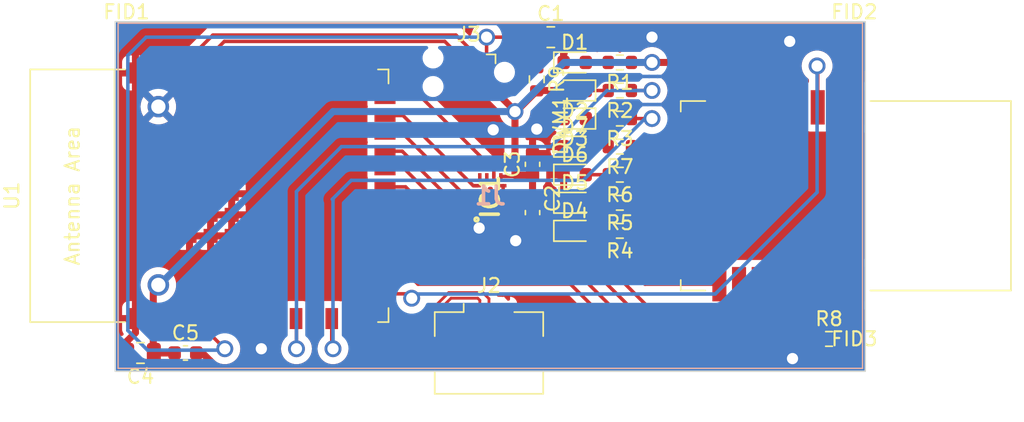
<source format=kicad_pcb>
(kicad_pcb (version 20221018) (generator pcbnew)
  (layers (0 "F.Cu" signal) (31 "B.Cu" signal) (34 "B.Paste" user) (35 "F.Paste" user) (36 "B.SilkS" user "B.Silkscreen") (37 "F.SilkS" user "F.Silkscreen") (38 "B.Mask" user) (39 "F.Mask" user) (44 "Edge.Cuts" user))
  (net 0 "")
  (net 1 "/DWM1000_TXLED")
  (net 9 "/IMU_SCLK")
  (net 26 "/DWM1000_RXLED")
  (net 27 "/DWM1000_SFDLED")
  (net 28 "/DWM1000_RXOKLED")
  (net 29 "/DWM1000_CS")
  (net 30 "/DWM1000_MOSI")
  (net 31 "/DWM1000_MISO")
  (net 32 "/DWM1000_SCLK")
  (net 35 "/DWM1000_RSTn")
  (net 36 "VDD")
  (net 37 "GND")
  (net 38 "/DWM1000_IRQ")
  (net 39 "/IMU_MISO")
  (net 40 "/IMU_INT1")
  (net 41 "/IMU_INT2")
  (net 42 "/IMU_CS")
  (net 43 "/IMU_MOSI")
  (net 44 "/ESP_EN")
  (net 45 "/ESP_TX")
  (net 46 "/ESP_RX")
  (net 47 "/IO0")
  (net 48 "VBUS")
  (net 49 "/D-")
  (net 50 "/D+")
  (net 51 "/ID")
  (net 52 "Net-(D1-A)")
  (net 53 "Net-(D4-A)")
  (net 54 "Net-(D5-A)")
  (net 55 "Net-(D6-A)")
  (net 56 "Net-(D7-A)")
  (net 57 "/LED1")
  (net 58 "/LED2")
  (net 59 "Net-(D2-K)")
  (net 60 "Net-(D3-K)")
  (footprint "forget-me-not:Tag-Connect_TC2030-IDC-NL_2x03_P1.27mm_Vertical" (layer "F.Cu") (at 204.46 105.2 180)
    (fp_text reference "J3" (at 0 2.7) (layer "F.SilkS"))
    (fp_text value "TC2030-IDC-NL_ESP")
    (fp_line (start -1.905 1.27) (end -1.905 0.635) (stroke (width 0.12)) (layer "F.SilkS"))
    (fp_line (start -1.27 1.27) (end -1.905 1.27) (stroke (width 0.12)) (layer "F.SilkS"))
    (pad "" np_thru_hole circle (at -2.54 0 180) (size 0.9906 0.9906) (drill 0.9906) (layers "*.Cu" "*.Mask"))
    (pad "" np_thru_hole circle (at 2.54 -1.016 180) (size 0.9906 0.9906) (drill 0.9906) (layers "*.Cu" "*.Mask"))
    (pad "" np_thru_hole circle (at 2.54 1.016 180) (size 0.9906 0.9906) (drill 0.9906) (layers "*.Cu" "*.Mask"))
    (pad "1" connect circle (at -1.27 0.635 180) (size 0.7874 0.7874) (layers "F.Cu" "F.Mask") (net 44 "/ESP_EN"))
    (pad "2" connect circle (at -1.27 -0.635 180) (size 0.7874 0.7874) (layers "F.Cu" "F.Mask") (net 36 "VDD"))
    (pad "3" connect circle (at 0 0.635 180) (size 0.7874 0.7874) (layers "F.Cu" "F.Mask") (net 45 "/ESP_TX"))
    (pad "4" connect circle (at 0 -0.635 180) (size 0.7874 0.7874) (layers "F.Cu" "F.Mask") (net 37 "GND"))
    (pad "5" connect circle (at 1.27 0.635 180) (size 0.7874 0.7874) (layers "F.Cu" "F.Mask") (net 46 "/ESP_RX"))
    (pad "6" connect circle (at 1.27 -0.635 180) (size 0.7874 0.7874) (layers "F.Cu" "F.Mask") (net 47 "/IO0"))
  )
  (footprint "Espressif:ESP32-S3-WROOM-2" (layer "F.Cu") (at 189 114 90)
    (fp_text reference "U1" (at 0 -17.05 90) (layer "F.SilkS"))
    (fp_text value "ESP32-S3-WROOM-2")
    (fp_text user "Antenna Area" (at 0 -12.75 90) (layer "F.SilkS"))
    (fp_line (start -9 -15.75) (end -9 -9) (stroke (width 0.12)) (layer "F.SilkS"))
    (fp_line (start -9 -15.75) (end 9 -15.75) (stroke (width 0.12)) (layer "F.SilkS"))
    (fp_line (start -9 9) (end -9 9.75) (stroke (width 0.12)) (layer "F.SilkS"))
    (fp_line (start -9 9.75) (end -8 9.75) (stroke (width 0.12)) (layer "F.SilkS"))
    (fp_line (start 9 -15.75) (end 9 -9) (stroke (width 0.12)) (layer "F.SilkS"))
    (fp_line (start 9 -9.75) (end -9 -9.75) (stroke (width 0.12)) (layer "F.SilkS"))
    (fp_line (start 9 9) (end 9 9.75) (stroke (width 0.12)) (layer "F.SilkS"))
    (fp_line (start 9 9.75) (end 8 9.75) (stroke (width 0.12)) (layer "F.SilkS"))
    (pad "1" smd rect (at -8.75 -8.26 90) (size 1.5 0.9) (layers "F.Cu" "F.Paste" "F.Mask") (net 37 "GND"))
    (pad "2" smd rect (at -8.75 -6.99 90) (size 1.5 0.9) (layers "F.Cu" "F.Paste" "F.Mask") (net 36 "VDD"))
    (pad "3" smd rect (at -8.75 -5.72 90) (size 1.5 0.9) (layers "F.Cu" "F.Paste" "F.Mask") (net 44 "/ESP_EN"))
    (pad "4" smd rect (at -8.75 -4.45 90) (size 1.5 0.9) (layers "F.Cu" "F.Paste" "F.Mask"))
    (pad "5" smd rect (at -8.75 -3.18 90) (size 1.5 0.9) (layers "F.Cu" "F.Paste" "F.Mask"))
    (pad "6" smd rect (at -8.75 -1.91 90) (size 1.5 0.9) (layers "F.Cu" "F.Paste" "F.Mask"))
    (pad "7" smd rect (at -8.75 -0.64 90) (size 1.5 0.9) (layers "F.Cu" "F.Paste" "F.Mask"))
    (pad "8" smd rect (at -8.75 0.63 90) (size 1.5 0.9) (layers "F.Cu" "F.Paste" "F.Mask"))
    (pad "9" smd rect (at -8.75 1.9 90) (size 1.5 0.9) (layers "F.Cu" "F.Paste" "F.Mask"))
    (pad "10" smd rect (at -8.75 3.17 90) (size 1.5 0.9) (layers "F.Cu" "F.Paste" "F.Mask") (net 57 "/LED1"))
    (pad "11" smd rect (at -8.75 4.44 90) (size 1.5 0.9) (layers "F.Cu" "F.Paste" "F.Mask"))
    (pad "12" smd rect (at -8.75 5.71 90) (size 1.5 0.9) (layers "F.Cu" "F.Paste" "F.Mask") (net 58 "/LED2"))
    (pad "13" smd rect (at -8.75 6.98 90) (size 1.5 0.9) (layers "F.Cu" "F.Paste" "F.Mask") (net 49 "/D-"))
    (pad "14" smd rect (at -8.75 8.25 90) (size 1.5 0.9) (layers "F.Cu" "F.Paste" "F.Mask") (net 50 "/D+"))
    (pad "15" smd rect (at -6.985 9.5 180) (size 1.5 0.9) (layers "F.Cu" "F.Paste" "F.Mask") (net 35 "/DWM1000_RSTn"))
    (pad "16" smd rect (at -5.715 9.5 180) (size 1.5 0.9) (layers "F.Cu" "F.Paste" "F.Mask") (net 38 "/DWM1000_IRQ"))
    (pad "17" smd rect (at -4.445 9.5 180) (size 1.5 0.9) (layers "F.Cu" "F.Paste" "F.Mask") (net 32 "/DWM1000_SCLK"))
    (pad "18" smd rect (at -3.175 9.5 180) (size 1.5 0.9) (layers "F.Cu" "F.Paste" "F.Mask") (net 31 "/DWM1000_MISO"))
    (pad "19" smd rect (at -1.905 9.5 180) (size 1.5 0.9) (layers "F.Cu" "F.Paste" "F.Mask") (net 30 "/DWM1000_MOSI"))
    (pad "20" smd rect (at -0.635 9.5 180) (size 1.5 0.9) (layers "F.Cu" "F.Paste" "F.Mask") (net 29 "/DWM1000_CS"))
    (pad "21" smd rect (at 0.635 9.5 180) (size 1.5 0.9) (layers "F.Cu" "F.Paste" "F.Mask") (net 40 "/IMU_INT1"))
    (pad "22" smd rect (at 1.905 9.5 180) (size 1.5 0.9) (layers "F.Cu" "F.Paste" "F.Mask") (net 39 "/IMU_MISO"))
    (pad "23" smd rect (at 3.175 9.5 180) (size 1.5 0.9) (layers "F.Cu" "F.Paste" "F.Mask") (net 43 "/IMU_MOSI"))
    (pad "24" smd rect (at 4.445 9.5 180) (size 1.5 0.9) (layers "F.Cu" "F.Paste" "F.Mask") (net 9 "/IMU_SCLK"))
    (pad "25" smd rect (at 5.715 9.5 180) (size 1.5 0.9) (layers "F.Cu" "F.Paste" "F.Mask") (net 42 "/IMU_CS"))
    (pad "26" smd rect (at 6.985 9.5 180) (size 1.5 0.9) (layers "F.Cu" "F.Paste" "F.Mask") (net 41 "/IMU_INT2"))
    (pad "27" smd rect (at 8.75 8.25 270) (size 1.5 0.9) (layers "F.Cu" "F.Paste" "F.Mask") (net 47 "/IO0"))
    (pad "28" smd rect (at 8.75 6.98 270) (size 1.5 0.9) (layers "F.Cu" "F.Paste" "F.Mask"))
    (pad "29" smd rect (at 8.75 5.71 270) (size 1.5 0.9) (layers "F.Cu" "F.Paste" "F.Mask"))
    (pad "30" smd rect (at 8.75 4.44 270) (size 1.5 0.9) (layers "F.Cu" "F.Paste" "F.Mask"))
    (pad "31" smd rect (at 8.75 3.17 270) (size 1.5 0.9) (layers "F.Cu" "F.Paste" "F.Mask"))
    (pad "32" smd rect (at 8.75 1.9 270) (size 1.5 0.9) (layers "F.Cu" "F.Paste" "F.Mask"))
    (pad "33" smd rect (at 8.75 0.63 270) (size 1.5 0.9) (layers "F.Cu" "F.Paste" "F.Mask"))
    (pad "34" smd rect (at 8.75 -0.64 270) (size 1.5 0.9) (layers "F.Cu" "F.Paste" "F.Mask"))
    (pad "35" smd rect (at 8.75 -1.91 270) (size 1.5 0.9) (layers "F.Cu" "F.Paste" "F.Mask"))
    (pad "36" smd rect (at 8.75 -3.18 270) (size 1.5 0.9) (layers "F.Cu" "F.Paste" "F.Mask") (net 46 "/ESP_RX"))
    (pad "37" smd rect (at 8.75 -4.45 270) (size 1.5 0.9) (layers "F.Cu" "F.Paste" "F.Mask") (net 45 "/ESP_TX"))
    (pad "38" smd rect (at 8.75 -5.72 270) (size 1.5 0.9) (layers "F.Cu" "F.Paste" "F.Mask"))
    (pad "39" smd rect (at 8.75 -6.99 270) (size 1.5 0.9) (layers "F.Cu" "F.Paste" "F.Mask"))
    (pad "40" smd rect (at 8.75 -8.26 270) (size 1.5 0.9) (layers "F.Cu" "F.Paste" "F.Mask") (net 37 "GND"))
    (pad "41" smd rect (at -2.86 -4.41 270) (size 1 1) (layers "F.Cu" "F.Paste" "F.Mask") (net 37 "GND"))
    (pad "41" smd rect (at -2.86 -2.91 270) (size 1 1) (layers "F.Cu" "F.Paste" "F.Mask") (net 37 "GND"))
    (pad "41" smd rect (at -2.86 -1.41 270) (size 1 1) (layers "F.Cu" "F.Paste" "F.Mask") (net 37 "GND"))
    (pad "41" smd rect (at -1.36 -4.41 270) (size 1 1) (layers "F.Cu" "F.Paste" "F.Mask") (net 37 "GND"))
    (pad "41" smd rect (at -1.36 -2.91 270) (size 1 1) (layers "F.Cu" "F.Paste" "F.Mask") (net 37 "GND"))
    (pad "41" smd rect (at -1.36 -1.41 270) (size 1 1) (layers "F.Cu" "F.Paste" "F.Mask") (net 37 "GND"))
    (pad "41" smd rect (at 0.14 -4.41 270) (size 1 1) (layers "F.Cu" "F.Paste" "F.Mask") (net 37 "GND"))
    (pad "41" smd rect (at 0.14 -2.91 270) (size 1 1) (layers "F.Cu" "F.Paste" "F.Mask") (net 37 "GND"))
    (pad "41" smd rect (at 0.14 -1.41 270) (size 1 1) (layers "F.Cu" "F.Paste" "F.Mask") (net 37 "GND"))
  )
  (footprint "Capacitor_SMD:C_0805_2012Metric" (layer "F.Cu") (at 210.3 102.7)
    (fp_text reference "C1" (at 0 -1.68) (layer "F.SilkS"))
    (fp_text value "1uF")
    (fp_line (start -0.261252 -0.735) (end 0.261252 -0.735) (stroke (width 0.12)) (layer "F.SilkS"))
    (fp_line (start -0.261252 0.735) (end 0.261252 0.735) (stroke (width 0.12)) (layer "F.SilkS"))
    (pad "1" smd roundrect (at -0.95 0) (size 1 1.45) (layers "F.Cu" "F.Paste" "F.Mask") (net 44 "/ESP_EN"))
    (pad "2" smd roundrect (at 0.95 0) (size 1 1.45) (layers "F.Cu" "F.Paste" "F.Mask") (net 37 "GND"))
  )
  (footprint "LED_SMD:LED_0603_1608Metric" (layer "F.Cu") (at 212 106.5 180)
    (fp_text reference "D2" (at 0 -1.43) (layer "F.SilkS"))
    (fp_text value "LED_Small")
    (fp_line (start -1.485 -0.735) (end -1.485 0.735) (stroke (width 0.12)) (layer "F.SilkS"))
    (fp_line (start -1.485 0.735) (end 0.8 0.735) (stroke (width 0.12)) (layer "F.SilkS"))
    (fp_line (start 0.8 -0.735) (end -1.485 -0.735) (stroke (width 0.12)) (layer "F.SilkS"))
    (pad "1" smd roundrect (at -0.7875 0 180) (size 0.875 0.95) (layers "F.Cu" "F.Paste" "F.Mask") (net 59 "Net-(D2-K)"))
    (pad "2" smd roundrect (at 0.7875 0 180) (size 0.875 0.95) (layers "F.Cu" "F.Paste" "F.Mask") (net 36 "VDD"))
  )
  (footprint "Fiducial:Fiducial_0.5mm_Mask1mm" (layer "F.Cu") (at 231.9 125.7)
    (fp_text reference "FID3" (at 0 -1.5) (layer "F.SilkS"))
    (fp_text value "Fiducial")
    (pad "" smd circle (at 0 0) (size 0.5 0.5) (layers "F.Cu" "F.Mask") (clearance 0.25))
  )
  (footprint "Capacitor_SMD:C_0603_1608Metric" (layer "F.Cu") (at 209 111.76 90)
    (fp_text reference "C3" (at 0 -1.43 90) (layer "F.SilkS"))
    (fp_text value "0.1uF")
    (fp_line (start -0.14058 -0.51) (end 0.14058 -0.51) (stroke (width 0.12)) (layer "F.SilkS"))
    (fp_line (start -0.14058 0.51) (end 0.14058 0.51) (stroke (width 0.12)) (layer "F.SilkS"))
    (pad "1" smd roundrect (at -0.775 0 90) (size 0.9 0.95) (layers "F.Cu" "F.Paste" "F.Mask") (net 36 "VDD"))
    (pad "2" smd roundrect (at 0.775 0 90) (size 0.9 0.95) (layers "F.Cu" "F.Paste" "F.Mask") (net 37 "GND"))
  )
  (footprint "LED_SMD:LED_0603_1608Metric" (layer "F.Cu") (at 212 110.5)
    (fp_text reference "D7" (at 0 -1.43) (layer "F.SilkS"))
    (fp_text value "LED_Small")
    (fp_line (start -1.485 -0.735) (end -1.485 0.735) (stroke (width 0.12)) (layer "F.SilkS"))
    (fp_line (start -1.485 0.735) (end 0.8 0.735) (stroke (width 0.12)) (layer "F.SilkS"))
    (fp_line (start 0.8 -0.735) (end -1.485 -0.735) (stroke (width 0.12)) (layer "F.SilkS"))
    (pad "1" smd roundrect (at -0.7875 0) (size 0.875 0.95) (layers "F.Cu" "F.Paste" "F.Mask") (net 37 "GND"))
    (pad "2" smd roundrect (at 0.7875 0) (size 0.875 0.95) (layers "F.Cu" "F.Paste" "F.Mask") (net 56 "Net-(D7-A)"))
  )
  (footprint "Resistor_SMD:R_0603_1608Metric" (layer "F.Cu") (at 215.2125 110.500001 180)
    (fp_text reference "R7" (at 0 -1.43) (layer "F.SilkS"))
    (fp_text value "1k")
    (fp_line (start -0.237258 -0.5225) (end 0.237258 -0.5225) (stroke (width 0.12)) (layer "F.SilkS"))
    (fp_line (start -0.237258 0.5225) (end 0.237258 0.5225) (stroke (width 0.12)) (layer "F.SilkS"))
    (pad "1" smd roundrect (at -0.825 0 180) (size 0.8 0.95) (layers "F.Cu" "F.Paste" "F.Mask") (net 1 "/DWM1000_TXLED"))
    (pad "2" smd roundrect (at 0.825 0 180) (size 0.8 0.95) (layers "F.Cu" "F.Paste" "F.Mask") (net 56 "Net-(D7-A)"))
  )
  (footprint "Resistor_SMD:R_0603_1608Metric" (layer "F.Cu") (at 215.2125 112.5 180)
    (fp_text reference "R6" (at 0 -1.43) (layer "F.SilkS"))
    (fp_text value "1k")
    (fp_line (start -0.237258 -0.5225) (end 0.237258 -0.5225) (stroke (width 0.12)) (layer "F.SilkS"))
    (fp_line (start -0.237258 0.5225) (end 0.237258 0.5225) (stroke (width 0.12)) (layer "F.SilkS"))
    (pad "1" smd roundrect (at -0.825 0 180) (size 0.8 0.95) (layers "F.Cu" "F.Paste" "F.Mask") (net 26 "/DWM1000_RXLED"))
    (pad "2" smd roundrect (at 0.825 0 180) (size 0.8 0.95) (layers "F.Cu" "F.Paste" "F.Mask") (net 55 "Net-(D6-A)"))
  )
  (footprint "ISM330DHCX:LGA-14_2.5X3X0.86_" (layer "F.Cu") (at 205.995 113.784 90)
    (fp_text reference "IC1" (at -0.29 -0.006 90) (layer "F.SilkS") (effects (font (size 1.27 1.27) (thickness 0.254))))
    (fp_text value "ISM330DHCXTR" hide)
    (fp_circle (center -1.905 -0.98) (end -1.905 -0.953) (stroke (width 0.2)) (fill none) (layer "F.SilkS"))
    (pad "1" smd rect (at -1.1625 -0.75 180) (size 0.25 0.475) (layers "F.Cu" "F.Paste" "F.Mask") (net 39 "/IMU_MISO"))
    (pad "2" smd rect (at -1.1625 -0.25 180) (size 0.25 0.475) (layers "F.Cu" "F.Paste" "F.Mask") (net 37 "GND"))
    (pad "3" smd rect (at -1.1625 0.25 180) (size 0.25 0.475) (layers "F.Cu" "F.Paste" "F.Mask") (net 37 "GND"))
    (pad "4" smd rect (at -1.1625 0.75 180) (size 0.25 0.475) (layers "F.Cu" "F.Paste" "F.Mask") (net 40 "/IMU_INT1"))
    (pad "5" smd rect (at -0.5 0.9125 90) (size 0.25 0.475) (layers "F.Cu" "F.Paste" "F.Mask") (net 36 "VDD"))
    (pad "6" smd rect (at 0 0.9125 90) (size 0.25 0.475) (layers "F.Cu" "F.Paste" "F.Mask") (net 37 "GND"))
    (pad "7" smd rect (at 0.5 0.9125 90) (size 0.25 0.475) (layers "F.Cu" "F.Paste" "F.Mask") (net 37 "GND"))
    (pad "8" smd rect (at 1.1625 0.75 180) (size 0.25 0.475) (layers "F.Cu" "F.Paste" "F.Mask") (net 36 "VDD"))
    (pad "9" smd rect (at 1.1625 0.25 180) (size 0.25 0.475) (layers "F.Cu" "F.Paste" "F.Mask") (net 41 "/IMU_INT2"))
    (pad "10" smd rect (at 1.1625 -0.25 180) (size 0.25 0.475) (layers "F.Cu" "F.Paste" "F.Mask"))
    (pad "11" smd rect (at 1.1625 -0.75 180) (size 0.25 0.475) (layers "F.Cu" "F.Paste" "F.Mask"))
    (pad "12" smd rect (at 0.5 -0.9125 90) (size 0.25 0.475) (layers "F.Cu" "F.Paste" "F.Mask") (net 42 "/IMU_CS"))
    (pad "13" smd rect (at 0 -0.9125 90) (size 0.25 0.475) (layers "F.Cu" "F.Paste" "F.Mask") (net 9 "/IMU_SCLK"))
    (pad "14" smd rect (at -0.5 -0.9125 90) (size 0.25 0.475) (layers "F.Cu" "F.Paste" "F.Mask") (net 43 "/IMU_MOSI"))
  )
  (footprint "Capacitor_SMD:C_0805_2012Metric" (layer "F.Cu") (at 181.1 125.2 180)
    (fp_text reference "C4" (at 0 -1.68 180) (layer "F.SilkS"))
    (fp_text value "22uF")
    (fp_line (start -0.261252 -0.735) (end 0.261252 -0.735) (stroke (width 0.12)) (layer "F.SilkS"))
    (fp_line (start -0.261252 0.735) (end 0.261252 0.735) (stroke (width 0.12)) (layer "F.SilkS"))
    (pad "1" smd roundrect (at -0.95 0 180) (size 1 1.45) (layers "F.Cu" "F.Paste" "F.Mask") (net 36 "VDD"))
    (pad "2" smd roundrect (at 0.95 0 180) (size 1 1.45) (layers "F.Cu" "F.Paste" "F.Mask") (net 37 "GND"))
  )
  (footprint "Connector_USB:USB_Micro-B_Amphenol_10104110_Horizontal" (layer "F.Cu") (at 205.9 123.95)
    (fp_text reference "J2" (at 0 -3.55) (layer "F.SilkS"))
    (fp_text value "USB_B_Micro")
    (fp_line (start -3.86 -1.66) (end -1.8 -1.66) (stroke (width 0.12)) (layer "F.SilkS"))
    (fp_line (start -3.86 0.05) (end -3.86 -1.66) (stroke (width 0.12)) (layer "F.SilkS"))
    (fp_line (start -3.86 4.16) (end -3.86 2.55) (stroke (width 0.12)) (layer "F.SilkS"))
    (fp_line (start -3.86 4.16) (end 3.86 4.16) (stroke (width 0.12)) (layer "F.SilkS"))
    (fp_line (start -1.8 -1.66) (end -1.8 -2.25) (stroke (width 0.12)) (layer "F.SilkS"))
    (fp_line (start 3.86 -1.66) (end 1.8 -1.66) (stroke (width 0.12)) (layer "F.SilkS"))
    (fp_line (start 3.86 0.05) (end 3.86 -1.66) (stroke (width 0.12)) (layer "F.SilkS"))
    (fp_line (start 3.86 4.16) (end 3.86 2.55) (stroke (width 0.12)) (layer "F.SilkS"))
    (pad "1" smd rect (at -1.3 -1.55) (size 0.4 1.4) (layers "F.Cu" "F.Paste" "F.Mask") (net 48 "VBUS"))
    (pad "2" smd rect (at -0.65 -1.55) (size 0.4 1.4) (layers "F.Cu" "F.Paste" "F.Mask") (net 49 "/D-"))
    (pad "3" smd rect (at 0 -1.55) (size 0.4 1.4) (layers "F.Cu" "F.Paste" "F.Mask") (net 50 "/D+"))
    (pad "4" smd rect (at 0.65 -1.55) (size 0.4 1.4) (layers "F.Cu" "F.Paste" "F.Mask") (net 51 "/ID"))
    (pad "5" smd rect (at 1.3 -1.55) (size 0.4 1.4) (layers "F.Cu" "F.Paste" "F.Mask") (net 37 "GND"))
    (pad "6" smd rect (at -3.75 1.3) (size 2.3 1.9) (layers "F.Cu" "F.Paste" "F.Mask") (net 37 "GND"))
    (pad "6" smd rect (at -1.15 1.3) (size 1.8 1.9) (layers "F.Cu" "F.Paste" "F.Mask") (net 37 "GND"))
    (pad "6" smd rect (at 1.15 1.3) (size 1.8 1.9) (layers "F.Cu" "F.Paste" "F.Mask") (net 37 "GND"))
    (pad "6" smd rect (at 3.75 1.3) (size 2.3 1.9) (layers "F.Cu" "F.Paste" "F.Mask") (net 37 "GND"))
  )
  (footprint "Capacitor_SMD:C_0603_1608Metric" (layer "F.Cu") (at 184.3 125.2)
    (fp_text reference "C5" (at 0 -1.43) (layer "F.SilkS"))
    (fp_text value "0.1uF")
    (fp_line (start -0.14058 -0.51) (end 0.14058 -0.51) (stroke (width 0.12)) (layer "F.SilkS"))
    (fp_line (start -0.14058 0.51) (end 0.14058 0.51) (stroke (width 0.12)) (layer "F.SilkS"))
    (pad "1" smd roundrect (at -0.775 0) (size 0.9 0.95) (layers "F.Cu" "F.Paste" "F.Mask") (net 36 "VDD"))
    (pad "2" smd roundrect (at 0.775 0) (size 0.9 0.95) (layers "F.Cu" "F.Paste" "F.Mask") (net 37 "GND"))
  )
  (footprint "Resistor_SMD:R_0603_1608Metric" (layer "F.Cu") (at 215.2125 104.5 180)
    (fp_text reference "R1" (at 0 -1.43) (layer "F.SilkS"))
    (fp_text value "1k")
    (fp_line (start -0.237258 -0.5225) (end 0.237258 -0.5225) (stroke (width 0.12)) (layer "F.SilkS"))
    (fp_line (start -0.237258 0.5225) (end 0.237258 0.5225) (stroke (width 0.12)) (layer "F.SilkS"))
    (pad "1" smd roundrect (at -0.825 0 180) (size 0.8 0.95) (layers "F.Cu" "F.Paste" "F.Mask") (net 36 "VDD"))
    (pad "2" smd roundrect (at 0.825 0 180) (size 0.8 0.95) (layers "F.Cu" "F.Paste" "F.Mask") (net 52 "Net-(D1-A)"))
  )
  (footprint "Resistor_SMD:R_0603_1608Metric" (layer "F.Cu") (at 215.2125 116.5 180)
    (fp_text reference "R4" (at 0 -1.43) (layer "F.SilkS"))
    (fp_text value "1k")
    (fp_line (start -0.237258 -0.5225) (end 0.237258 -0.5225) (stroke (width 0.12)) (layer "F.SilkS"))
    (fp_line (start -0.237258 0.5225) (end 0.237258 0.5225) (stroke (width 0.12)) (layer "F.SilkS"))
    (pad "1" smd roundrect (at -0.825 0 180) (size 0.8 0.95) (layers "F.Cu" "F.Paste" "F.Mask") (net 28 "/DWM1000_RXOKLED"))
    (pad "2" smd roundrect (at 0.825 0 180) (size 0.8 0.95) (layers "F.Cu" "F.Paste" "F.Mask") (net 53 "Net-(D4-A)"))
  )
  (footprint "LED_SMD:LED_0603_1608Metric" (layer "F.Cu") (at 212 114.5)
    (fp_text reference "D5" (at 0 -1.43) (layer "F.SilkS"))
    (fp_text value "LED_Small")
    (fp_line (start -1.485 -0.735) (end -1.485 0.735) (stroke (width 0.12)) (layer "F.SilkS"))
    (fp_line (start -1.485 0.735) (end 0.8 0.735) (stroke (width 0.12)) (layer "F.SilkS"))
    (fp_line (start 0.8 -0.735) (end -1.485 -0.735) (stroke (width 0.12)) (layer "F.SilkS"))
    (pad "1" smd roundrect (at -0.7875 0) (size 0.875 0.95) (layers "F.Cu" "F.Paste" "F.Mask") (net 37 "GND"))
    (pad "2" smd roundrect (at 0.7875 0) (size 0.875 0.95) (layers "F.Cu" "F.Paste" "F.Mask") (net 54 "Net-(D5-A)"))
  )
  (footprint "Resistor_SMD:R_0603_1608Metric" (layer "F.Cu") (at 230.1 124.2)
    (fp_text reference "R8" (at 0 -1.43) (layer "F.SilkS"))
    (fp_text value "10k")
    (fp_line (start -0.237258 -0.5225) (end 0.237258 -0.5225) (stroke (width 0.12)) (layer "F.SilkS"))
    (fp_line (start -0.237258 0.5225) (end 0.237258 0.5225) (stroke (width 0.12)) (layer "F.SilkS"))
    (pad "1" smd roundrect (at -0.825 0) (size 0.8 0.95) (layers "F.Cu" "F.Paste" "F.Mask") (net 38 "/DWM1000_IRQ"))
    (pad "2" smd roundrect (at 0.825 0) (size 0.8 0.95) (layers "F.Cu" "F.Paste" "F.Mask") (net 37 "GND"))
  )
  (footprint "Resistor_SMD:R_0603_1608Metric" (layer "F.Cu") (at 209.3 105.7 -90)
    (fp_text reference "R9" (at 0 -1.43 90) (layer "F.SilkS"))
    (fp_text value "10k")
    (fp_line (start -0.237258 -0.5225) (end 0.237258 -0.5225) (stroke (width 0.12)) (layer "F.SilkS"))
    (fp_line (start -0.237258 0.5225) (end 0.237258 0.5225) (stroke (width 0.12)) (layer "F.SilkS"))
    (pad "1" smd roundrect (at -0.825 0 270) (size 0.8 0.95) (layers "F.Cu" "F.Paste" "F.Mask") (net 44 "/ESP_EN"))
    (pad "2" smd roundrect (at 0.825 0 270) (size 0.8 0.95) (layers "F.Cu" "F.Paste" "F.Mask") (net 36 "VDD"))
  )
  (footprint "Capacitor_SMD:C_0603_1608Metric" (layer "F.Cu") (at 209 115.2 -90)
    (fp_text reference "C2" (at -1.000001 -1.43 90) (layer "F.SilkS"))
    (fp_text value "0.1uF")
    (fp_line (start -0.14058 -0.51) (end 0.14058 -0.51) (stroke (width 0.12)) (layer "F.SilkS"))
    (fp_line (start -0.14058 0.51) (end 0.14058 0.51) (stroke (width 0.12)) (layer "F.SilkS"))
    (pad "1" smd roundrect (at -0.775 0 270) (size 0.9 0.95) (layers "F.Cu" "F.Paste" "F.Mask") (net 36 "VDD"))
    (pad "2" smd roundrect (at 0.775 0 270) (size 0.9 0.95) (layers "F.Cu" "F.Paste" "F.Mask") (net 37 "GND"))
  )
  (footprint "LED_SMD:LED_0603_1608Metric" (layer "F.Cu") (at 212 116.500001)
    (fp_text reference "D4" (at 0 -1.43) (layer "F.SilkS"))
    (fp_text value "LED_Small")
    (fp_line (start -1.485 -0.735) (end -1.485 0.735) (stroke (width 0.12)) (layer "F.SilkS"))
    (fp_line (start -1.485 0.735) (end 0.8 0.735) (stroke (width 0.12)) (layer "F.SilkS"))
    (fp_line (start 0.8 -0.735) (end -1.485 -0.735) (stroke (width 0.12)) (layer "F.SilkS"))
    (pad "1" smd roundrect (at -0.7875 0) (size 0.875 0.95) (layers "F.Cu" "F.Paste" "F.Mask") (net 37 "GND"))
    (pad "2" smd roundrect (at 0.7875 0) (size 0.875 0.95) (layers "F.Cu" "F.Paste" "F.Mask") (net 53 "Net-(D4-A)"))
  )
  (footprint "LED_SMD:LED_0603_1608Metric" (layer "F.Cu") (at 212 108.5 180)
    (fp_text reference "D3" (at 0 -1.43) (layer "F.SilkS"))
    (fp_text value "LED_Small")
    (fp_line (start -1.485 -0.735) (end -1.485 0.735) (stroke (width 0.12)) (layer "F.SilkS"))
    (fp_line (start -1.485 0.735) (end 0.8 0.735) (stroke (width 0.12)) (layer "F.SilkS"))
    (fp_line (start 0.8 -0.735) (end -1.485 -0.735) (stroke (width 0.12)) (layer "F.SilkS"))
    (pad "1" smd roundrect (at -0.7875 0 180) (size 0.875 0.95) (layers "F.Cu" "F.Paste" "F.Mask") (net 60 "Net-(D3-K)"))
    (pad "2" smd roundrect (at 0.7875 0 180) (size 0.875 0.95) (layers "F.Cu" "F.Paste" "F.Mask") (net 36 "VDD"))
  )
  (footprint "LED_SMD:LED_0603_1608Metric" (layer "F.Cu") (at 212 112.500001)
    (fp_text reference "D6" (at 0 -1.43) (layer "F.SilkS"))
    (fp_text value "LED_Small")
    (fp_line (start -1.485 -0.735) (end -1.485 0.735) (stroke (width 0.12)) (layer "F.SilkS"))
    (fp_line (start -1.485 0.735) (end 0.8 0.735) (stroke (width 0.12)) (layer "F.SilkS"))
    (fp_line (start 0.8 -0.735) (end -1.485 -0.735) (stroke (width 0.12)) (layer "F.SilkS"))
    (pad "1" smd roundrect (at -0.7875 0) (size 0.875 0.95) (layers "F.Cu" "F.Paste" "F.Mask") (net 37 "GND"))
    (pad "2" smd roundrect (at 0.7875 0) (size 0.875 0.95) (layers "F.Cu" "F.Paste" "F.Mask") (net 55 "Net-(D6-A)"))
  )
  (footprint "Fiducial:Fiducial_0.5mm_Mask1mm" (layer "F.Cu") (at 180.1 102.4)
    (fp_text reference "FID1" (at 0 -1.5) (layer "F.SilkS"))
    (fp_text value "Fiducial")
    (pad "" smd circle (at 0 0) (size 0.5 0.5) (layers "F.Cu" "F.Mask") (clearance 0.25))
  )
  (footprint "Resistor_SMD:R_0603_1608Metric" (layer "F.Cu") (at 215.2125 106.5 180)
    (fp_text reference "R2" (at 0 -1.43) (layer "F.SilkS"))
    (fp_text value "1k")
    (fp_line (start -0.237258 -0.5225) (end 0.237258 -0.5225) (stroke (width 0.12)) (layer "F.SilkS"))
    (fp_line (start -0.237258 0.5225) (end 0.237258 0.5225) (stroke (width 0.12)) (layer "F.SilkS"))
    (pad "1" smd roundrect (at -0.825 0 180) (size 0.8 0.95) (layers "F.Cu" "F.Paste" "F.Mask") (net 57 "/LED1"))
    (pad "2" smd roundrect (at 0.825 0 180) (size 0.8 0.95) (layers "F.Cu" "F.Paste" "F.Mask") (net 59 "Net-(D2-K)"))
  )
  (footprint "LED_SMD:LED_0603_1608Metric" (layer "F.Cu") (at 212 104.500002)
    (fp_text reference "D1" (at 0 -1.43) (layer "F.SilkS"))
    (fp_text value "LED_Small")
    (fp_line (start -1.485 -0.735) (end -1.485 0.735) (stroke (width 0.12)) (layer "F.SilkS"))
    (fp_line (start -1.485 0.735) (end 0.8 0.735) (stroke (width 0.12)) (layer "F.SilkS"))
    (fp_line (start 0.8 -0.735) (end -1.485 -0.735) (stroke (width 0.12)) (layer "F.SilkS"))
    (pad "1" smd roundrect (at -0.7875 0) (size 0.875 0.95) (layers "F.Cu" "F.Paste" "F.Mask") (net 37 "GND"))
    (pad "2" smd roundrect (at 0.7875 0) (size 0.875 0.95) (layers "F.Cu" "F.Paste" "F.Mask") (net 52 "Net-(D1-A)"))
  )
  (footprint "Resistor_SMD:R_0603_1608Metric" (layer "F.Cu") (at 215.2125 114.500001 180)
    (fp_text reference "R5" (at 0 -1.43) (layer "F.SilkS"))
    (fp_text value "1k")
    (fp_line (start -0.237258 -0.5225) (end 0.237258 -0.5225) (stroke (width 0.12)) (layer "F.SilkS"))
    (fp_line (start -0.237258 0.5225) (end 0.237258 0.5225) (stroke (width 0.12)) (layer "F.SilkS"))
    (pad "1" smd roundrect (at -0.825 0 180) (size 0.8 0.95) (layers "F.Cu" "F.Paste" "F.Mask") (net 27 "/DWM1000_SFDLED"))
    (pad "2" smd roundrect (at 0.825 0 180) (size 0.8 0.95) (layers "F.Cu" "F.Paste" "F.Mask") (net 54 "Net-(D5-A)"))
  )
  (footprint "RF_Module:DWM1000" (layer "F.Cu") (at 231.2962 114 -90)
    (fp_text reference "DWM1" (at -5.000001 20.2962 -90) (layer "F.SilkS"))
    (fp_text value "DWM1000")
    (fp_line (start -6.75 -11.75) (end -6.75 -1.75) (stroke (width 0.12)) (layer "F.SilkS"))
    (fp_line (start -6.75 -11.75) (end 6.75 -11.75) (stroke (width 0.12)) (layer "F.SilkS"))
    (fp_line (start -6.75 11.75) (end -6.75 10) (stroke (width 0.12)) (layer "F.SilkS"))
    (fp_line (start -6 11.75) (end -6.75 11.75) (stroke (width 0.12)) (layer "F.SilkS"))
    (fp_line (start 6 11.75) (end 6.75 11.75) (stroke (width 0.12)) (layer "F.SilkS"))
    (fp_line (start 6.75 -11.75) (end 6.75 -1.75) (stroke (width 0.12)) (layer "F.SilkS"))
    (fp_line (start 6.75 11.75) (end 6.75 10) (stroke (width 0.12)) (layer "F.SilkS"))
    (pad "1" smd rect (at -6.3 -0.7988) (size 1 2.45) (layers "F.Cu" "F.Paste" "F.Mask"))
    (pad "2" smd rect (at -6.3 0.6012) (size 1 2.45) (layers "F.Cu" "F.Paste" "F.Mask"))
    (pad "3" smd rect (at -6.3 2.0012) (size 1 2.45) (layers "F.Cu" "F.Paste" "F.Mask") (net 35 "/DWM1000_RSTn"))
    (pad "4" smd rect (at -6.3 3.4012) (size 1 2.45) (layers "F.Cu" "F.Paste" "F.Mask"))
    (pad "5" smd rect (at -6.3 4.8012) (size 1 2.45) (layers "F.Cu" "F.Paste" "F.Mask") (net 36 "VDD"))
    (pad "6" smd rect (at -6.3 6.2012) (size 1 2.45) (layers "F.Cu" "F.Paste" "F.Mask") (net 36 "VDD"))
    (pad "7" smd rect (at -6.3 7.6012) (size 1 2.45) (layers "F.Cu" "F.Paste" "F.Mask") (net 36 "VDD"))
    (pad "8" smd rect (at -6.3 9.0012) (size 1 2.45) (layers "F.Cu" "F.Paste" "F.Mask") (net 37 "GND"))
    (pad "9" smd rect (at -4.9 11.2962 270) (size 1 2.45) (layers "F.Cu" "F.Paste" "F.Mask"))
    (pad "10" smd rect (at -3.5 11.2962 270) (size 1 2.45) (layers "F.Cu" "F.Paste" "F.Mask"))
    (pad "11" smd rect (at -2.1 11.2962 270) (size 1 2.45) (layers "F.Cu" "F.Paste" "F.Mask"))
    (pad "12" smd rect (at -0.7 11.2962 270) (size 1 2.45) (layers "F.Cu" "F.Paste" "F.Mask") (net 1 "/DWM1000_TXLED"))
    (pad "13" smd rect (at 0.7 11.2962 270) (size 1 2.45) (layers "F.Cu" "F.Paste" "F.Mask") (net 26 "/DWM1000_RXLED"))
    (pad "14" smd rect (at 2.1 11.2962 270) (size 1 2.45) (layers "F.Cu" "F.Paste" "F.Mask") (net 27 "/DWM1000_SFDLED"))
    (pad "15" smd rect (at 3.5 11.2962 270) (size 1 2.45) (layers "F.Cu" "F.Paste" "F.Mask") (net 28 "/DWM1000_RXOKLED"))
    (pad "16" smd rect (at 4.9 11.2962 270) (size 1 2.45) (layers "F.Cu" "F.Paste" "F.Mask") (net 37 "GND"))
    (pad "17" smd rect (at 6.3 9) (size 1 2.45) (layers "F.Cu" "F.Paste" "F.Mask") (net 29 "/DWM1000_CS"))
    (pad "18" smd rect (at 6.3 7.6) (size 1 2.45) (layers "F.Cu" "F.Paste" "F.Mask") (net 30 "/DWM1000_MOSI"))
    (pad "19" smd rect (at 6.3 6.2012) (size 1 2.45) (layers "F.Cu" "F.Paste" "F.Mask") (net 31 "/DWM1000_MISO"))
    (pad "20" smd rect (at 6.3 4.8012) (size 1 2.45) (layers "F.Cu" "F.Paste" "F.Mask") (net 32 "/DWM1000_SCLK"))
    (pad "21" smd rect (at 6.3 3.4012) (size 1 2.45) (layers "F.Cu" "F.Paste" "F.Mask") (net 37 "GND"))
    (pad "22" smd rect (at 6.3 2.0012) (size 1 2.45) (layers "F.Cu" "F.Paste" "F.Mask") (net 38 "/DWM1000_IRQ"))
    (pad "23" smd rect (at 6.3 0.6012) (size 1 2.45) (layers "F.Cu" "F.Paste" "F.Mask") (net 37 "GND"))
    (pad "24" smd rect (at 6.3 -0.7988) (size 1 2.45) (layers "F.Cu" "F.Paste" "F.Mask") (net 37 "GND"))
    (zone (net 0) (net_name "") (layers "*.Cu") (connect_pads (clearance 0)) (min_thickness 0.254)
      (keepout (tracks not_allowed) (vias not_allowed) (pads not_allowed) (copperpour not_allowed) (footprints not_allowed))
      (fill (thermal_gap 0.508) (thermal_bridge_width 0.508))
      (polygon (pts (xy 232.6162 105.11) (xy 232.6162 122.89) (xy 243.9962 122.89) (xy 243.9962 105.11)))
    )
  )
  (footprint "Fiducial:Fiducial_0.5mm_Mask1mm" (layer "F.Cu") (at 231.9 102.4)
    (fp_text reference "FID2" (at 0 -1.5) (layer "F.SilkS"))
    (fp_text value "Fiducial")
    (pad "" smd circle (at 0 0) (size 0.5 0.5) (layers "F.Cu" "F.Mask") (clearance 0.25))
  )
  (footprint "Resistor_SMD:R_0603_1608Metric" (layer "F.Cu") (at 215.2125 108.5 180)
    (fp_text reference "R3" (at 0 -1.43) (layer "F.SilkS"))
    (fp_text value "1k")
    (fp_line (start -0.237258 -0.5225) (end 0.237258 -0.5225) (stroke (width 0.12)) (layer "F.SilkS"))
    (fp_line (start -0.237258 0.5225) (end 0.237258 0.5225) (stroke (width 0.12)) (layer "F.SilkS"))
    (pad "1" smd roundrect (at -0.825 0 180) (size 0.8 0.95) (layers "F.Cu" "F.Paste" "F.Mask") (net 58 "/LED2"))
    (pad "2" smd roundrect (at 0.825 0 180) (size 0.8 0.95) (layers "F.Cu" "F.Paste" "F.Mask") (net 60 "Net-(D3-K)"))
  )
  (footprint "Keystone 2468:2468" (layer "B.Cu") (at 205.995 114 180)
    (fp_text reference "J1" (at 0 0) (layer "B.SilkS") (effects (font (size 1.27 1.27) (thickness 0.254)) (justify mirror)))
    (fp_text value "2468" hide)
    (fp_line (start -26.49 -12.295) (end 26.49 -12.295) (stroke (width 0.1)) (layer "B.SilkS"))
    (fp_line (start -26.49 12.295) (end -26.49 -12.295) (stroke (width 0.1)) (layer "B.SilkS"))
    (fp_line (start 26.49 -12.295) (end 26.49 12.295) (stroke (width 0.1)) (layer "B.SilkS"))
    (fp_line (start 26.49 12.295) (end -26.49 12.295) (stroke (width 0.1)) (layer "B.SilkS"))
    (pad "1" thru_hole circle (at 23.625 -6.35 180) (size 1.53 1.53) (drill 1.02) (layers "*.Cu" "*.Mask") (net 36 "VDD"))
    (pad "2" thru_hole circle (at 23.625 6.35 180) (size 1.53 1.53) (drill 1.02) (layers "*.Cu" "*.Mask") (net 37 "GND"))
  )
  (gr_rect (start 179.3 101.6) (end 232.68 126.5) (stroke (width 0.1)) (fill none) (layer "Edge.Cuts"))
  (segment (start 217.7 111) (end 217.200001 110.500001) (width 0.25) (layer "F.Cu") (net 1))
  (segment (start 220 113.3) (end 218.3 113.3) (width 0.25) (layer "F.Cu") (net 1))
  (segment (start 217.200001 110.500001) (end 216.0375 110.500001) (width 0.25) (layer "F.Cu") (net 1))
  (segment (start 217.7 112.7) (end 217.7 111) (width 0.25) (layer "F.Cu") (net 1))
  (segment (start 218.3 113.3) (end 217.7 112.7) (width 0.25) (layer "F.Cu") (net 1))
  (segment (start 199.755 109.555) (end 203.984 113.784) (width 0.25) (layer "F.Cu") (net 9))
  (segment (start 198.5 109.555) (end 199.755 109.555) (width 0.25) (layer "F.Cu") (net 9))
  (segment (start 203.984 113.784) (end 205.0825 113.784) (width 0.25) (layer "F.Cu") (net 9))
  (segment (start 216.0375 112.5) (end 216.4 112.5) (width 0.25) (layer "F.Cu") (net 26))
  (segment (start 216.4 112.5) (end 218.6 114.7) (width 0.25) (layer "F.Cu") (net 26))
  (segment (start 218.6 114.7) (end 220 114.7) (width 0.25) (layer "F.Cu") (net 26))
  (segment (start 218.4 116.1) (end 216.800001 114.500001) (width 0.25) (layer "F.Cu") (net 27))
  (segment (start 220 116.1) (end 218.4 116.1) (width 0.25) (layer "F.Cu") (net 27))
  (segment (start 216.800001 114.500001) (end 216.0375 114.500001) (width 0.25) (layer "F.Cu") (net 27))
  (segment (start 220 117.5) (end 218.1 117.5) (width 0.25) (layer "F.Cu") (net 28))
  (segment (start 218.1 117.5) (end 217.1 116.5) (width 0.25) (layer "F.Cu") (net 28))
  (segment (start 217.1 116.5) (end 216.0375 116.5) (width 0.25) (layer "F.Cu") (net 28))
  (segment (start 200.035 114.635) (end 198.5 114.635) (width 0.25) (layer "F.Cu") (net 29))
  (segment (start 217 120.3) (end 214.95 118.25) (width 0.25) (layer "F.Cu") (net 29))
  (segment (start 222.2962 120.3) (end 217 120.3) (width 0.25) (layer "F.Cu") (net 29))
  (segment (start 214.95 118.25) (end 203.65 118.25) (width 0.25) (layer "F.Cu") (net 29))
  (segment (start 203.65 118.25) (end 200.035 114.635) (width 0.25) (layer "F.Cu") (net 29))
  (segment (start 203.05 118.75) (end 200.205 115.905) (width 0.25) (layer "F.Cu") (net 30))
  (segment (start 214.05 118.75) (end 203.05 118.75) (width 0.25) (layer "F.Cu") (net 30))
  (segment (start 223.6962 122.0038) (end 223.4 122.3) (width 0.25) (layer "F.Cu") (net 30))
  (segment (start 223.6962 120.3) (end 223.6962 122.0038) (width 0.25) (layer "F.Cu") (net 30))
  (segment (start 217.6 122.3) (end 214.05 118.75) (width 0.25) (layer "F.Cu") (net 30))
  (segment (start 200.205 115.905) (end 198.5 115.905) (width 0.25) (layer "F.Cu") (net 30))
  (segment (start 223.4 122.3) (end 217.6 122.3) (width 0.25) (layer "F.Cu") (net 30))
  (segment (start 224.8 122.9) (end 225.095 122.605) (width 0.25) (layer "F.Cu") (net 31))
  (segment (start 200.175 117.175) (end 202.25 119.25) (width 0.25) (layer "F.Cu") (net 31))
  (segment (start 198.5 117.175) (end 200.175 117.175) (width 0.25) (layer "F.Cu") (net 31))
  (segment (start 213.25 119.25) (end 216.9 122.9) (width 0.25) (layer "F.Cu") (net 31))
  (segment (start 225.095 122.605) (end 225.095 120.3) (width 0.25) (layer "F.Cu") (net 31))
  (segment (start 202.25 119.25) (end 213.25 119.25) (width 0.25) (layer "F.Cu") (net 31))
  (segment (start 216.9 122.9) (end 224.8 122.9) (width 0.25) (layer "F.Cu") (net 31))
  (segment (start 226.495 120.3) (end 226.495 123.005) (width 0.25) (layer "F.Cu") (net 32))
  (segment (start 200.345 118.445) (end 198.5 118.445) (width 0.25) (layer "F.Cu") (net 32))
  (segment (start 212.45 119.75) (end 201.65 119.75) (width 0.25) (layer "F.Cu") (net 32))
  (segment (start 216.3 123.6) (end 212.45 119.75) (width 0.25) (layer "F.Cu") (net 32))
  (segment (start 201.65 119.75) (end 200.345 118.445) (width 0.25) (layer "F.Cu") (net 32))
  (segment (start 225.9 123.6) (end 216.3 123.6) (width 0.25) (layer "F.Cu") (net 32))
  (segment (start 226.495 123.005) (end 225.9 123.6) (width 0.25) (layer "F.Cu") (net 32))
  (segment (start 229.295 104.795) (end 229.25 104.75) (width 0.25) (layer "F.Cu") (net 35))
  (segment (start 229.295 107.7) (end 229.295 104.795) (width 0.25) (layer "F.Cu") (net 35))
  (segment (start 200.085 120.985) (end 198.5 120.985) (width 0.25) (layer "F.Cu") (net 35))
  (segment (start 200.4 121.3) (end 200.085 120.985) (width 0.25) (layer "F.Cu") (net 35))
  (via (at 229.25 104.75) (size 1.2) (drill 0.8) (layers "F.Cu" "B.Cu") (net 35))
  (via (at 200.4 121.3) (size 1.2) (drill 0.8) (layers "F.Cu" "B.Cu") (net 35))
  (segment (start 222 121) (end 229.25 113.75) (width 0.25) (layer "B.Cu") (net 35))
  (segment (start 200.7 121) (end 222 121) (width 0.25) (layer "B.Cu") (net 35))
  (segment (start 200.4 121.3) (end 200.7 121) (width 0.25) (layer "B.Cu") (net 35))
  (segment (start 229.25 113.75) (end 229.25 104.75) (width 0.25) (layer "B.Cu") (net 35))
  (segment (start 207.75 108) (end 207.75 112.535) (width 0.5) (layer "F.Cu") (net 36))
  (segment (start 209 112.535) (end 207.75 112.535) (width 0.5) (layer "F.Cu") (net 36))
  (segment (start 207.75 108) (end 207.825 108) (width 0.5) (layer "F.Cu") (net 36))
  (segment (start 225.095 105.095) (end 225.095 107.7) (width 0.5) (layer "F.Cu") (net 36))
  (segment (start 182.01 125.2) (end 182.01 122.75) (width 0.5) (layer "F.Cu") (net 36))
  (segment (start 208.859 114.284) (end 209 114.425) (width 0.25) (layer "F.Cu") (net 36))
  (segment (start 207.75 107.95) (end 207.75 108) (width 0.5) (layer "F.Cu") (net 36))
  (segment (start 209.325 106.5) (end 209.3 106.525) (width 0.5) (layer "F.Cu") (net 36))
  (segment (start 217.5 104.5) (end 224.5 104.5) (width 0.5) (layer "F.Cu") (net 36))
  (segment (start 209 112.535) (end 209 114.425) (width 0.5) (layer "F.Cu") (net 36))
  (segment (start 223.695 107.7) (end 226.495 107.7) (width 0.5) (layer "F.Cu") (net 36))
  (segment (start 206.745 112.6215) (end 207.6635 112.6215) (width 0.25) (layer "F.Cu") (net 36))
  (segment (start 182.01 120.82) (end 182.37 120.46) (width 0.25) (layer "F.Cu") (net 36))
  (segment (start 211.2125 108.5) (end 211.2125 106.5) (width 0.5) (layer "F.Cu") (net 36))
  (segment (start 182.01 122.75) (end 182.01 120.82) (width 0.5) (layer "F.Cu") (net 36))
  (segment (start 205.73 105.93) (end 207.75 107.95) (width 0.5) (layer "F.Cu") (net 36))
  (segment (start 183.025 125.2) (end 182.01 125.2) (width 0.5) (layer "F.Cu") (net 36))
  (segment (start 207.6635 112.6215) (end 207.75 112.535) (width 0.25) (layer "F.Cu") (net 36))
  (segment (start 207.825 108) (end 209.3 106.525) (width 0.5) (layer "F.Cu") (net 36))
  (segment (start 224.5 104.5) (end 225.095 105.095) (width 0.5) (layer "F.Cu") (net 36))
  (segment (start 206.9075 114.284) (end 208.859 114.284) (width 0.25) (layer "F.Cu") (net 36))
  (segment (start 205.73 105.835) (end 205.73 105.93) (width 0.5) (layer "F.Cu") (net 36))
  (segment (start 217.5 104.5) (end 216.0375 104.5) (width 0.5) (layer "F.Cu") (net 36))
  (segment (start 211.2125 106.5) (end 209.325 106.5) (width 0.5) (layer "F.Cu") (net 36))
  (via (at 217.5 104.5) (size 1.2) (drill 0.8) (layers "F.Cu" "B.Cu") (net 36))
  (via (at 207.75 108) (size 1.2) (drill 0.8) (layers "F.Cu" "B.Cu") (net 36))
  (segment (start 207.75 108) (end 194.8 108) (width 0.5) (layer "B.Cu") (net 36))
  (segment (start 211.25 104.5) (end 207.75 108) (width 0.5) (layer "B.Cu") (net 36))
  (segment (start 194.8 108) (end 182.45 120.35) (width 0.5) (layer "B.Cu") (net 36))
  (segment (start 217.5 104.5) (end 211.25 104.5) (width 0.5) (layer "B.Cu") (net 36))
  (segment (start 182.45 120.35) (end 182.37 120.35) (width 0.5) (layer "B.Cu") (net 36))
  (segment (start 220 118.9) (end 221.4 118.9) (width 0.25) (layer "F.Cu") (net 37))
  (segment (start 186.55 126.25) (end 185.5 125.2) (width 0.5) (layer "F.Cu") (net 37))
  (segment (start 206.9075 113.784) (end 206.9075 113.284) (width 0.25) (layer "F.Cu") (net 37))
  (segment (start 207.2 122.4) (end 207.2 125.1) (width 0.25) (layer "F.Cu") (net 37))
  (segment (start 180.74 122.75) (end 180.74 123.76) (width 0.5) (layer "F.Cu") (net 37))
  (segment (start 221.4 118.9) (end 222 118.3) (width 0.25) (layer "F.Cu") (net 37))
  (segment (start 204.46 107.96) (end 204.46 105.835) (width 0.5) (layer "F.Cu") (net 37))
  (segment (start 205.2 116.3) (end 205.745 115.755) (width 0.25) (layer "F.Cu") (net 37))
  (segment (start 205.745 114.455) (end 206.416 113.784) (width 0.25) (layer "F.Cu") (net 37))
  (segment (start 209.3 109.25) (end 209 109.55) (width 0.5) (layer "F.Cu") (net 37))
  (segment (start 206.416 113.784) (end 206.9075 113.784) (width 0.25) (layer "F.Cu") (net 37))
  (segment (start 209 109.55) (end 209 110.985) (width 0.5) (layer "F.Cu") (net 37))
  (segment (start 205.745 114.9465) (end 206.245 114.9465) (width 0.25) (layer "F.Cu") (net 37))
  (segment (start 211.25 102.7) (end 211.2125 102.7375) (width 0.5) (layer "F.Cu") (net 37))
  (segment (start 185.5 125.2) (end 185.075 125.2) (width 0.5) (layer "F.Cu") (net 37))
  (segment (start 211.7 117.5) (end 215.2 117.5) (width 0.25) (layer "F.Cu") (net 37))
  (segment (start 211.2125 102.7375) (end 211.2125 104.500002) (width 0.5) (layer "F.Cu") (net 37))
  (segment (start 211.2125 116.500001) (end 211.2125 117.0125) (width 0.25) (layer "F.Cu") (net 37))
  (segment (start 180.15 124.35) (end 180.15 125.2) (width 0.5) (layer "F.Cu") (net 37))
  (segment (start 206.2 109.3) (end 205.8 109.3) (width 0.5) (layer "F.Cu") (net 37))
  (segment (start 205.8 109.3) (end 204.46 107.96) (width 0.5) (layer "F.Cu") (net 37))
  (segment (start 217.5 102.7) (end 211.25 102.7) (width 0.5) (layer "F.Cu") (net 37))
  (segment (start 211.2125 117.0125) (end 211.7 117.5) (width 0.25) (layer "F.Cu") (net 37))
  (segment (start 216.6 118.9) (end 220 118.9) (width 0.25) (layer "F.Cu") (net 37))
  (segment (start 205.745 115.755) (end 205.745 114.455) (width 0.25) (layer "F.Cu") (net 37))
  (segment (start 215.2 117.5) (end 216.6 118.9) (width 0.25) (layer "F.Cu") (net 37))
  (segment (start 180.74 123.76) (end 180.15 124.35) (width 0.5) (layer "F.Cu") (net 37))
  (segment (start 189.7 124.9) (end 188.35 126.25) (width 0.5) (layer "F.Cu") (net 37))
  (segment (start 207.2 125.1) (end 207.05 125.25) (width 0.25) (layer "F.Cu") (net 37))
  (segment (start 188.35 126.25) (end 186.55 126.25) (width 0.5) (layer "F.Cu") (net 37))
  (via (at 227.5 125.6) (size 1.2) (drill 0.8) (layers "F.Cu" "B.Cu") (net 37))
  (via (at 189.7 124.9) (size 1.2) (drill 0.8) (layers "F.Cu" "B.Cu") (net 37))
  (via (at 227.3 103) (size 1.2) (drill 0.8) (layers "F.Cu" "B.Cu") (net 37))
  (via (at 206.2 109.3) (size 1.2) (drill 0.8) (layers "F.Cu" "B.Cu") (net 37))
  (via (at 217.5 102.7) (size 1.2) (drill 0.8) (layers "F.Cu" "B.Cu") (net 37))
  (via (at 209.3 109.25) (size 1.2) (drill 0.8) (layers "F.Cu" "B.Cu") (net 37))
  (via (at 205.2 116.3) (size 1.2) (drill 0.8) (layers "F.Cu" "B.Cu") (net 37))
  (via (at 207.8 117.2) (size 1.2) (drill 0.8) (layers "F.Cu" "B.Cu") (net 37))
  (segment (start 217.2 107.5) (end 216.8 107.5) (width 0.25) (layer "B.Cu") (net 37))
  (segment (start 217.9 105.5) (end 218.2 105.5) (width 0.25) (layer "B.Cu") (net 37))
  (segment (start 217.2 107.5) (end 217.9 107.5) (width 0.25) (layer "B.Cu") (net 37))
  (segment (start 217.9 107.5) (end 218.1 107.5) (width 0.25) (layer "B.Cu") (net 37))
  (segment (start 206.625 101.725) (end 205.1 101.725) (width 0.25) (layer "B.Cu") (net 37))
  (segment (start 218.1 107.5) (end 218.2 107.5) (width 0.25) (layer "B.Cu") (net 37))
  (segment (start 217.3 105.5) (end 216.8 105.5) (width 0.25) (layer "B.Cu") (net 37))
  (segment (start 217.3 105.5) (end 217.9 105.5) (width 0.25) (layer "B.Cu") (net 37))
  (segment (start 215.6 124.2) (end 211.7 120.3) (width 0.25) (layer "F.Cu") (net 38))
  (segment (start 200.85 120.3) (end 200.265 119.715) (width 0.25) (layer "F.Cu") (net 38))
  (segment (start 229.295 124.18) (end 229.275 124.2) (width 0.25) (layer "F.Cu") (net 38))
  (segment (start 229.275 124.2) (end 215.6 124.2) (width 0.25) (layer "F.Cu") (net 38))
  (segment (start 200.265 119.715) (end 198.5 119.715) (width 0.25) (layer "F.Cu") (net 38))
  (segment (start 229.295 120.3) (end 229.295 124.18) (width 0.25) (layer "F.Cu") (net 38))
  (segment (start 211.7 120.3) (end 200.85 120.3) (width 0.25) (layer "F.Cu") (net 38))
  (segment (start 198.5 112.095) (end 199.895 112.095) (width 0.25) (layer "F.Cu") (net 39))
  (segment (start 199.895 112.095) (end 202.7465 114.9465) (width 0.25) (layer "F.Cu") (net 39))
  (segment (start 202.7465 114.9465) (end 205.245 114.9465) (width 0.25) (layer "F.Cu") (net 39))
  (segment (start 206.4 117.6) (end 206.745 117.255) (width 0.25) (layer "F.Cu") (net 40))
  (segment (start 199.965 113.365) (end 204.2 117.6) (width 0.25) (layer "F.Cu") (net 40))
  (segment (start 198.5 113.365) (end 199.965 113.365) (width 0.25) (layer "F.Cu") (net 40))
  (segment (start 206.745 117.255) (end 206.745 114.9465) (width 0.25) (layer "F.Cu") (net 40))
  (segment (start 204.2 117.6) (end 206.4 117.6) (width 0.25) (layer "F.Cu") (net 40))
  (segment (start 201.115 107.015) (end 206.245 112.145) (width 0.25) (layer "F.Cu") (net 41))
  (segment (start 198.5 107.015) (end 201.115 107.015) (width 0.25) (layer "F.Cu") (net 41))
  (segment (start 206.245 112.145) (end 206.245 112.6215) (width 0.25) (layer "F.Cu") (net 41))
  (segment (start 204.784 113.284) (end 199.785 108.285) (width 0.25) (layer "F.Cu") (net 42))
  (segment (start 205.0825 113.284) (end 204.784 113.284) (width 0.25) (layer "F.Cu") (net 42))
  (segment (start 199.785 108.285) (end 198.5 108.285) (width 0.25) (layer "F.Cu") (net 42))
  (segment (start 203.184 114.284) (end 205.0825 114.284) (width 0.25) (layer "F.Cu") (net 43))
  (segment (start 198.5 110.825) (end 199.725 110.825) (width 0.25) (layer "F.Cu") (net 43))
  (segment (start 199.725 110.825) (end 203.184 114.284) (width 0.25) (layer "F.Cu") (net 43))
  (segment (start 183.5 124.1) (end 183.28 123.88) (width 0.25) (layer "F.Cu") (net 44))
  (segment (start 186.3 124.1) (end 183.5 124.1) (width 0.25) (layer "F.Cu") (net 44))
  (segment (start 187.1 124.9) (end 186.3 124.1) (width 0.25) (layer "F.Cu") (net 44))
  (segment (start 209.3 104.875) (end 209.3 102.75) (width 0.25) (layer "F.Cu") (net 44))
  (segment (start 183.28 123.88) (end 183.28 122.75) (width 0.25) (layer "F.Cu") (net 44))
  (segment (start 209.35 102.7) (end 205.73 102.7) (width 0.25) (layer "F.Cu") (net 44))
  (segment (start 205.73 102.7) (end 205.73 104.565) (width 0.25) (layer "F.Cu") (net 44))
  (segment (start 209.3 102.75) (end 209.35 102.7) (width 0.25) (layer "F.Cu") (net 44))
  (via (at 205.73 102.7) (size 1.2) (drill 0.8) (layers "F.Cu" "B.Cu") (net 44))
  (via (at 187.1 124.9) (size 1.2) (drill 0.8) (layers "F.Cu" "B.Cu") (net 44))
  (segment (start 187.1 124.9) (end 187 125) (width 0.25) (layer "B.Cu") (net 44))
  (segment (start 187 125) (end 181.6 125) (width 0.25) (layer "B.Cu") (net 44))
  (segment (start 181.6 125) (end 180.2 123.6) (width 0.25) (layer "B.Cu") (net 44))
  (segment (start 180.2 123.6) (end 180.2 104) (width 0.25) (layer "B.Cu") (net 44))
  (segment (start 180.2 104) (end 181.5 102.7) (width 0.25) (layer "B.Cu") (net 44))
  (segment (start 181.5 102.7) (end 205.73 102.7) (width 0.25) (layer "B.Cu") (net 44))
  (segment (start 184.55 104.25) (end 186.25 102.55) (width 0.25) (layer "F.Cu") (net 45))
  (segment (start 204.46 103.46) (end 204.46 104.565) (width 0.25) (layer "F.Cu") (net 45))
  (segment (start 184.55 105.25) (end 184.55 104.25) (width 0.25) (layer "F.Cu") (net 45))
  (segment (start 186.25 102.55) (end 203.55 102.55) (width 0.25) (layer "F.Cu") (net 45))
  (segment (start 203.55 102.55) (end 204.46 103.46) (width 0.25) (layer "F.Cu") (net 45))
  (segment (start 203.19 103.44) (end 202.75 103) (width 0.25) (layer "F.Cu") (net 46))
  (segment (start 203.19 104.565) (end 203.19 103.44) (width 0.25) (layer "F.Cu") (net 46))
  (segment (start 187.07 103) (end 185.82 104.25) (width 0.25) (layer "F.Cu") (net 46))
  (segment (start 202.75 103) (end 187.07 103) (width 0.25) (layer "F.Cu") (net 46))
  (segment (start 185.82 104.25) (end 185.82 105.25) (width 0.25) (layer "F.Cu") (net 46))
  (segment (start 203.19 105.835) (end 202.605 105.25) (width 0.25) (layer "F.Cu") (net 47))
  (segment (start 202.605 105.25) (end 197.25 105.25) (width 0.25) (layer "F.Cu") (net 47))
  (segment (start 205.25 121.45) (end 205.1 121.3) (width 0.2) (layer "F.Cu") (net 49))
  (segment (start 196.5 124.4) (end 195.98 123.88) (width 0.2) (layer "F.Cu") (net 49))
  (segment (start 205.25 122.4) (end 205.25 121.45) (width 0.2) (layer "F.Cu") (net 49))
  (segment (start 203.2 121.3) (end 200.1 124.4) (width 0.2) (layer "F.Cu") (net 49))
  (segment (start 200.1 124.4) (end 196.5 124.4) (width 0.2) (layer "F.Cu") (net 49))
  (segment (start 205.1 121.3) (end 203.2 121.3) (width 0.2) (layer "F.Cu") (net 49))
  (segment (start 195.98 123.88) (end 195.98 122.75) (width 0.2) (layer "F.Cu") (net 49))
  (segment (start 203.034315 120.9) (end 205.465686 120.9) (width 0.2) (layer "F.Cu") (net 50))
  (segment (start 205.9 121.334314) (end 205.9 122.4) (width 0.2) (layer "F.Cu") (net 50))
  (segment (start 197.25 123.85) (end 197.4 124) (width 0.2) (layer "F.Cu") (net 50))
  (segment (start 197.25 122.75) (end 197.25 123.85) (width 0.2) (layer "F.Cu") (net 50))
  (segment (start 197.4 124) (end 199.934314 124) (width 0.2) (layer "F.Cu") (net 50))
  (segment (start 199.934314 124) (end 203.034315 120.9) (width 0.2) (layer "F.Cu") (net 50))
  (segment (start 205.465686 120.9) (end 205.9 121.334314) (width 0.2) (layer "F.Cu") (net 50))
  (segment (start 212.7875 104.500002) (end 214.387498 104.500002) (width 0.25) (layer "F.Cu") (net 52))
  (segment (start 212.7875 116.500001) (end 214.387499 116.500001) (width 0.25) (layer "F.Cu") (net 53))
  (segment (start 212.7875 114.5) (end 214.387499 114.5) (width 0.25) (layer "F.Cu") (net 54))
  (segment (start 212.7875 112.500001) (end 214.387499 112.500001) (width 0.25) (layer "F.Cu") (net 55))
  (segment (start 212.7875 110.5) (end 214.387499 110.5) (width 0.25) (layer "F.Cu") (net 56))
  (segment (start 216.0375 106.5) (end 217.5 106.5) (width 0.25) (layer "F.Cu") (net 57))
  (segment (start 192.2 122.78) (end 192.17 122.75) (width 0.25) (layer "F.Cu") (net 57))
  (segment (start 192.2 124.9) (end 192.2 122.78) (width 0.25) (layer "F.Cu") (net 57))
  (via (at 192.2 124.9) (size 1.2) (drill 0.8) (layers "F.Cu" "B.Cu") (net 57))
  (via (at 217.5 106.5) (size 1.2) (drill 0.8) (layers "F.Cu" "B.Cu") (net 57))
  (segment (start 192.2 124.9) (end 192.2 113.7) (width 0.25) (layer "B.Cu") (net 57))
  (segment (start 195.4 110.5) (end 210.3 110.5) (width 0.25) (layer "B.Cu") (net 57))
  (segment (start 192.2 113.7) (end 195.4 110.5) (width 0.25) (layer "B.Cu") (net 57))
  (segment (start 210.3 110.5) (end 214.3 106.5) (width 0.25) (layer "B.Cu") (net 57))
  (segment (start 214.3 106.5) (end 217.5 106.5) (width 0.25) (layer "B.Cu") (net 57))
  (segment (start 194.71 124.81) (end 194.8 124.9) (width 0.25) (layer "F.Cu") (net 58))
  (segment (start 194.71 122.75) (end 194.71 124.81) (width 0.25) (layer "F.Cu") (net 58))
  (segment (start 217.5 108.5) (end 216.0375 108.5) (width 0.25) (layer "F.Cu") (net 58))
  (via (at 217.5 108.5) (size 1.2) (drill 0.8) (layers "F.Cu" "B.Cu") (net 58))
  (via (at 194.8 124.9) (size 1.2) (drill 0.8) (layers "F.Cu" "B.Cu") (net 58))
  (segment (start 196.1 112.9) (end 212.6 112.9) (width 0.25) (layer "B.Cu") (net 58))
  (segment (start 217 108.5) (end 217.5 108.5) (width 0.25) (layer "B.Cu") (net 58))
  (segment (start 194.8 114.3) (end 194.75 114.25) (width 0.25) (layer "B.Cu") (net 58))
  (segment (start 194.8 124.9) (end 194.8 114.3) (width 0.25) (layer "B.Cu") (net 58))
  (segment (start 212.6 112.9) (end 217 108.5) (width 0.25) (layer "B.Cu") (net 58))
  (segment (start 194.75 114.25) (end 196.1 112.9) (width 0.25) (layer "B.Cu") (net 58))
  (segment (start 212.7875 106.5) (end 214.3875 106.5) (width 0.25) (layer "F.Cu") (net 59))
  (segment (start 212.7875 108.5) (end 214.3875 108.5) (width 0.25) (layer "F.Cu") (net 60))
  (zone (net 37) (net_name "GND") (layers "F&B.Cu") (connect_pads (clearance 0.5)) (min_thickness 0.25) (fill yes (thermal_gap 0.5) (thermal_bridge_width 0.5))
    (polygon (pts (xy 179.3 101.6) (xy 232.7 101.6) (xy 232.7 126.5) (xy 179.3 126.5)))
  )
)
</source>
